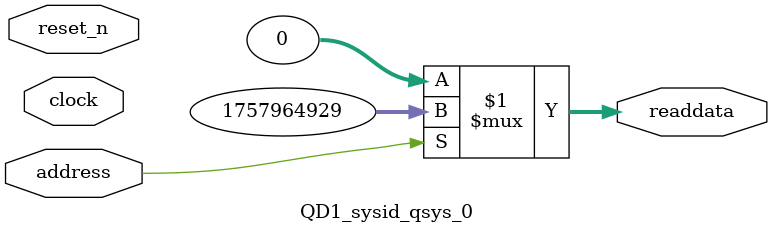
<source format=v>



// synthesis translate_off
`timescale 1ns / 1ps
// synthesis translate_on

// turn off superfluous verilog processor warnings 
// altera message_level Level1 
// altera message_off 10034 10035 10036 10037 10230 10240 10030 

module QD1_sysid_qsys_0 (
               // inputs:
                address,
                clock,
                reset_n,

               // outputs:
                readdata
             )
;

  output  [ 31: 0] readdata;
  input            address;
  input            clock;
  input            reset_n;

  wire    [ 31: 0] readdata;
  //control_slave, which is an e_avalon_slave
  assign readdata = address ? 1757964929 : 0;

endmodule



</source>
